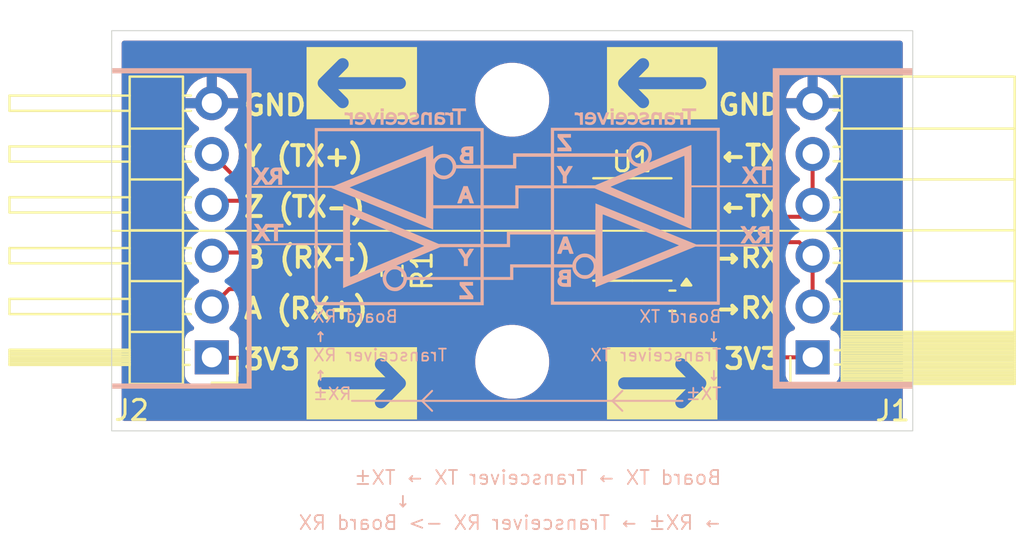
<source format=kicad_pcb>
(kicad_pcb (version 20240108) (generator "pcbnew") (generator_version "8.0")
  (layers (0 "F.Cu" signal) (31 "B.Cu" signal) (34 "B.Paste" user) (35 "F.Paste" user) (36 "B.SilkS" user "B.Silkscreen") (37 "F.SilkS" user "F.Silkscreen") (38 "B.Mask" user) (39 "F.Mask" user) (44 "Edge.Cuts" user))
  (net 0 "")
  (net 1 "+3V3")
  (net 2 "GND")
  (net 3 "/Z")
  (net 4 "/B")
  (net 5 "/A")
  (net 6 "/Y")
  (net 7 "/TX")
  (net 8 "/RX")
  (footprint "Package_SO:SOIC-8_3.9x4.9mm_P1.27mm" (layer "F.Cu") (at 126 69.935 180)
    (property "Reference" "U1" (at 0.025 3.385 0) (layer "F.SilkS"))
    (property "Value" "ISL83490IBZ")
    (pad "1" smd roundrect (at -2.475 -1.905 180) (size 1.95 0.6) (layers "F.Cu" "F.Paste" "F.Mask") (net 1 "+3V3"))
    (pad "2" smd roundrect (at -2.475 -0.635 180) (size 1.95 0.6) (layers "F.Cu" "F.Paste" "F.Mask") (net 8 "/RX"))
    (pad "3" smd roundrect (at -2.475 0.635 180) (size 1.95 0.6) (layers "F.Cu" "F.Paste" "F.Mask") (net 7 "/TX"))
    (pad "4" smd roundrect (at -2.475 1.905 180) (size 1.95 0.6) (layers "F.Cu" "F.Paste" "F.Mask") (net 2 "GND"))
    (pad "5" smd roundrect (at 2.475 1.905 180) (size 1.95 0.6) (layers "F.Cu" "F.Paste" "F.Mask") (net 6 "/Y"))
    (pad "6" smd roundrect (at 2.475 0.635 180) (size 1.95 0.6) (layers "F.Cu" "F.Paste" "F.Mask") (net 3 "/Z"))
    (pad "7" smd roundrect (at 2.475 -0.635 180) (size 1.95 0.6) (layers "F.Cu" "F.Paste" "F.Mask") (net 4 "/B"))
    (pad "8" smd roundrect (at 2.475 -1.905 180) (size 1.95 0.6) (layers "F.Cu" "F.Paste" "F.Mask") (net 5 "/A"))
  )
  (footprint "Connector_PinHeader_2.54mm:PinHeader_1x06_P2.54mm_Horizontal" (layer "F.Cu") (at 105 76.325 180)
    (property "Reference" "J2" (at 4 -2.65 0) (layer "F.SilkS"))
    (property "Value" "Conn_01x06")
    (pad "1" thru_hole rect (at 0 0 180) (size 1.7 1.7) (drill 1) (layers "*.Cu" "*.Mask") (net 1 "+3V3"))
    (pad "2" thru_hole oval (at 0 2.54 180) (size 1.7 1.7) (drill 1) (layers "*.Cu" "*.Mask") (net 5 "/A"))
    (pad "3" thru_hole oval (at 0 5.08 180) (size 1.7 1.7) (drill 1) (layers "*.Cu" "*.Mask") (net 4 "/B"))
    (pad "4" thru_hole oval (at 0 7.62 180) (size 1.7 1.7) (drill 1) (layers "*.Cu" "*.Mask") (net 3 "/Z"))
    (pad "5" thru_hole oval (at 0 10.16 180) (size 1.7 1.7) (drill 1) (layers "*.Cu" "*.Mask") (net 6 "/Y"))
    (pad "6" thru_hole oval (at 0 12.7 180) (size 1.7 1.7) (drill 1) (layers "*.Cu" "*.Mask") (net 2 "GND"))
  )
  (footprint "Connector_PinSocket_2.54mm:PinSocket_1x06_P2.54mm_Horizontal" (layer "F.Cu") (at 135 76.325 180)
    (property "Reference" "J1" (at -4 -2.675 0) (layer "F.SilkS"))
    (property "Value" "Conn_01x06")
    (pad "1" thru_hole rect (at 0 0 180) (size 1.7 1.7) (drill 1) (layers "*.Cu" "*.Mask") (net 1 "+3V3"))
    (pad "2" thru_hole oval (at 0 2.54 180) (size 1.7 1.7) (drill 1) (layers "*.Cu" "*.Mask") (net 8 "/RX"))
    (pad "3" thru_hole oval (at 0 5.08 180) (size 1.7 1.7) (drill 1) (layers "*.Cu" "*.Mask") (net 8 "/RX"))
    (pad "4" thru_hole oval (at 0 7.62 180) (size 1.7 1.7) (drill 1) (layers "*.Cu" "*.Mask") (net 7 "/TX"))
    (pad "5" thru_hole oval (at 0 10.16 180) (size 1.7 1.7) (drill 1) (layers "*.Cu" "*.Mask") (net 7 "/TX"))
    (pad "6" thru_hole oval (at 0 12.7 180) (size 1.7 1.7) (drill 1) (layers "*.Cu" "*.Mask") (net 2 "GND"))
  )
  (footprint "MountingHole:MountingHole_3.2mm_M3" (layer "F.Cu") (at 120 63.45)
    (property "Reference" "H1" (hide yes))
    (property "Value" "MountingHole")
    (pad "" np_thru_hole circle (at 0 0) (size 3.2 3.2) (drill 3.2) (layers "*.Cu" "*.Mask"))
  )
  (footprint "MountingHole:MountingHole_3.2mm_M3" (layer "F.Cu") (at 120 76.55)
    (property "Reference" "H2" (hide yes))
    (property "Value" "MountingHole")
    (pad "" np_thru_hole circle (at 0 0) (size 3.2 3.2) (drill 3.2) (layers "*.Cu" "*.Mask"))
  )
  (footprint "Capacitor_SMD:C_0603_1608Metric_Pad1.08x0.95mm_HandSolder" (layer "F.Cu") (at 128 73.5 180)
    (property "Reference" "C1" (hide yes))
    (property "Value" "100n")
    (pad "1" smd roundrect (at -0.8625 0 180) (size 1.075 0.95) (layers "F.Cu" "F.Paste" "F.Mask") (net 1 "+3V3"))
    (pad "2" smd roundrect (at 0.8625 0 180) (size 1.075 0.95) (layers "F.Cu" "F.Paste" "F.Mask") (net 2 "GND"))
  )
  (footprint "Resistor_SMD:R_0603_1608Metric_Pad0.98x0.95mm_HandSolder" (layer "F.Cu") (at 114 72 -90)
    (property "Reference" "R1" (at 0 -1.5 90) (layer "F.SilkS"))
    (property "Value" "100R")
    (pad "1" smd roundrect (at -0.9125 0 270) (size 0.975 0.95) (layers "F.Cu" "F.Paste" "F.Mask") (net 4 "/B"))
    (pad "2" smd roundrect (at 0.9125 0 270) (size 0.975 0.95) (layers "F.Cu" "F.Paste" "F.Mask") (net 5 "/A"))
  )
  (footprint "local:ConnectionDiagram" (layer "B.Cu") (at 120.006205 77.87671 180)
    (property "Reference" "REF**" (hide yes))
    (property "Value" "ConnectionDiagram" (hide yes))
  )
  (gr_line (start 125 78.5) (end 125.5 78) (stroke (width 0.1)) (layer "B.SilkS"))
  (gr_line (start 112 78.5) (end 128.5 78.5) (stroke (width 0.1)) (layer "B.SilkS"))
  (gr_line (start 115.5 78.5) (end 116 79) (stroke (width 0.1)) (layer "B.SilkS"))
  (gr_line (start 115.5 78.5) (end 116 78) (stroke (width 0.1)) (layer "B.SilkS"))
  (gr_line (start 125 78.5) (end 125.5 79) (stroke (width 0.1)) (layer "B.SilkS"))
  (gr_line (start 140 70) (end 100 70) (stroke (width 0.1)) (layer "F.SilkS"))
  (gr_rect (start 100 60) (end 140 80) (stroke (width 0.05)) (fill none) (layer "Edge.Cuts"))
  (gr_text "Board TX\n↓\nTransceiver TX\n↓\nTX±\n" (at 130.5 78.5 0) (layer "B.SilkS") (effects (font (size 0.6 0.6) (thickness 0.0875)) (justify left bottom mirror)))
  (gr_text "Board TX → Transceiver TX → TX± \n                             ↓\n→ RX± → Transceiver RX -> Board RX" (at 130.5 85 0) (layer "B.SilkS") (effects (font (size 0.7 0.7) (thickness 0.0875)) (justify left bottom mirror)))
  (gr_text "Board RX\n↑\nTransceiver RX\n↑\nRX±\n" (at 110 78.5 0) (layer "B.SilkS") (effects (font (size 0.6 0.6) (thickness 0.0875)) (justify right bottom mirror)))
  (gr_text "→RX" (at 133.5 71.909 0) (layer "F.SilkS") (effects (font (size 1 1) (thickness 0.2) (bold yes)) (justify right bottom)))
  (gr_text "A (RX+)" (at 106.5 74.474 0) (layer "F.SilkS") (effects (font (size 1 1) (thickness 0.2) (bold yes)) (justify left bottom)))
  (gr_text "→" (at 124 63 180) (layer "F.SilkS" knockout) (effects (font (size 5 5) (thickness 0.6)) (justify right)))
  (gr_text "→RX" (at 133.5 74.449 0) (layer "F.SilkS") (effects (font (size 1 1) (thickness 0.2) (bold yes)) (justify right bottom)))
  (gr_text "Z (TX-)" (at 106.5 69.394 0) (layer "F.SilkS") (effects (font (size 1 1) (thickness 0.2) (bold yes)) (justify left bottom)))
  (gr_text "B (RX-)" (at 106.5 71.934 0) (layer "F.SilkS") (effects (font (size 1 1) (thickness 0.2) (bold yes)) (justify left bottom)))
  (gr_text "←TX" (at 133.5 69.369 0) (layer "F.SilkS") (effects (font (size 1 1) (thickness 0.2) (bold yes)) (justify right bottom)))
  (gr_text "GND" (at 106.5 64.314 0) (layer "F.SilkS") (effects (font (size 1 1) (thickness 0.2) (bold yes)) (justify left bottom)))
  (gr_text "←" (at 109 78 180) (layer "F.SilkS" knockout) (effects (font (size 5 5) (thickness 0.6)) (justify right)))
  (gr_text "←" (at 124 78 180) (layer "F.SilkS" knockout) (effects (font (size 5 5) (thickness 0.6)) (justify right)))
  (gr_text "3V3" (at 133.5 76.989 0) (layer "F.SilkS") (effects (font (size 1 1) (thickness 0.2) (bold yes)) (justify right bottom)))
  (gr_text "→" (at 109 63 180) (layer "F.SilkS" knockout) (effects (font (size 5 5) (thickness 0.6)) (justify right)))
  (gr_text "GND" (at 133.5 64.289 0) (layer "F.SilkS") (effects (font (size 1 1) (thickness 0.2) (bold yes)) (justify right bottom)))
  (gr_text "3V3" (at 106.5 77.014 0) (layer "F.SilkS") (effects (font (size 1 1) (thickness 0.2) (bold yes)) (justify left bottom)))
  (gr_text "←TX" (at 133.5 66.829 0) (layer "F.SilkS") (effects (font (size 1 1) (thickness 0.2) (bold yes)) (justify right bottom)))
  (gr_text "Y (TX+)" (at 106.5 66.854 0) (layer "F.SilkS") (effects (font (size 1 1) (thickness 0.2) (bold yes)) (justify left bottom)))
  (segment (start 112.9 76.35) (end 116.75 72.5) (width 0.2) (layer "F.Cu") (net 1))
  (segment (start 126.575 76.325) (end 133 76.325) (width 0.2) (layer "F.Cu") (net 1))
  (segment (start 128.8625 73.5) (end 129 73.5) (width 0.2) (layer "F.Cu") (net 1))
  (segment (start 128.475 71.84) (end 128.475 73.1125) (width 0.2) (layer "F.Cu") (net 1))
  (segment (start 131.825 76.325) (end 133 76.325) (width 0.2) (layer "F.Cu") (net 1))
  (segment (start 128.475 73.1125) (end 128.8625 73.5) (width 0.2) (layer "F.Cu") (net 1))
  (segment (start 122.75 72.5) (end 126.575 76.325) (width 0.2) (layer "F.Cu") (net 1))
  (segment (start 105 76.35) (end 112.9 76.35) (width 0.2) (layer "F.Cu") (net 1))
  (segment (start 116.75 72.5) (end 122.75 72.5) (width 0.2) (layer "F.Cu") (net 1))
  (segment (start 133 76.325) (end 135 76.325) (width 0.2) (layer "F.Cu") (net 1))
  (segment (start 129 73.5) (end 131.825 76.325) (width 0.2) (layer "F.Cu") (net 1))
  (segment (start 105.205 68.5) (end 105 68.705) (width 0.2) (layer "F.Cu") (net 3))
  (segment (start 122.509448 68.63) (end 122.379448 68.5) (width 0.2) (layer "F.Cu") (net 3))
  (segment (start 123.525 69.3) (end 122.855 68.63) (width 0.2) (layer "F.Cu") (net 3))
  (segment (start 122.855 68.63) (end 122.509448 68.63) (width 0.2) (layer "F.Cu") (net 3))
  (segment (start 122.379448 68.5) (end 105.205 68.5) (width 0.2) (layer "F.Cu") (net 3))
  (segment (start 123.525 70.57) (end 114.5175 70.57) (width 0.2) (layer "F.Cu") (net 4))
  (segment (start 114 71.0875) (end 105.1575 71.0875) (width 0.2) (layer "F.Cu") (net 4))
  (segment (start 105.1575 71.0875) (end 105 71.245) (width 0.2) (layer "F.Cu") (net 4))
  (segment (start 114.5175 70.57) (end 114 71.0875) (width 0.2) (layer "F.Cu") (net 4))
  (segment (start 105.8725 72.9125) (end 105 73.785) (width 0.2) (layer "F.Cu") (net 5))
  (segment (start 123.525 71.84) (end 115.0725 71.84) (width 0.2) (layer "F.Cu") (net 5))
  (segment (start 115.0725 71.84) (end 114 72.9125) (width 0.2) (layer "F.Cu") (net 5))
  (segment (start 114 72.9125) (end 105.8725 72.9125) (width 0.2) (layer "F.Cu") (net 5))
  (segment (start 122.995 67.5) (end 106.335 67.5) (width 0.2) (layer "F.Cu") (net 6))
  (segment (start 123.525 68.03) (end 122.995 67.5) (width 0.2) (layer "F.Cu") (net 6))
  (segment (start 106.335 67.5) (end 105 66.165) (width 0.2) (layer "F.Cu") (net 6))
  (segment (start 128.475 69.3) (end 134.405 69.3) (width 0.2) (layer "F.Cu") (net 7))
  (segment (start 134.405 69.3) (end 134.717158 68.987842) (width 0.2) (layer "F.Cu") (net 7))
  (segment (start 135 66.165) (end 135 68.705) (width 0.2) (layer "F.Cu") (net 7))
  (segment (start 134.325 70.57) (end 128.475 70.57) (width 0.2) (layer "F.Cu") (net 8))
  (segment (start 135 73.785) (end 135 71.245) (width 0.2) (layer "F.Cu") (net 8))
  (segment (start 135 71.245) (end 134.325 70.57) (width 0.2) (layer "F.Cu") (net 8))
  (zone (net 2) (net_name "GND") (layers "F&B.Cu") (connect_pads (clearance 0.5)) (min_thickness 0.25) (fill yes (thermal_gap 0.5) (thermal_bridge_width 0.5) (island_removal_mode 2) (island_area_min 10))
    (polygon (pts (xy 100 60) (xy 140 60) (xy 140 80) (xy 100 80)))
  )
)
</source>
